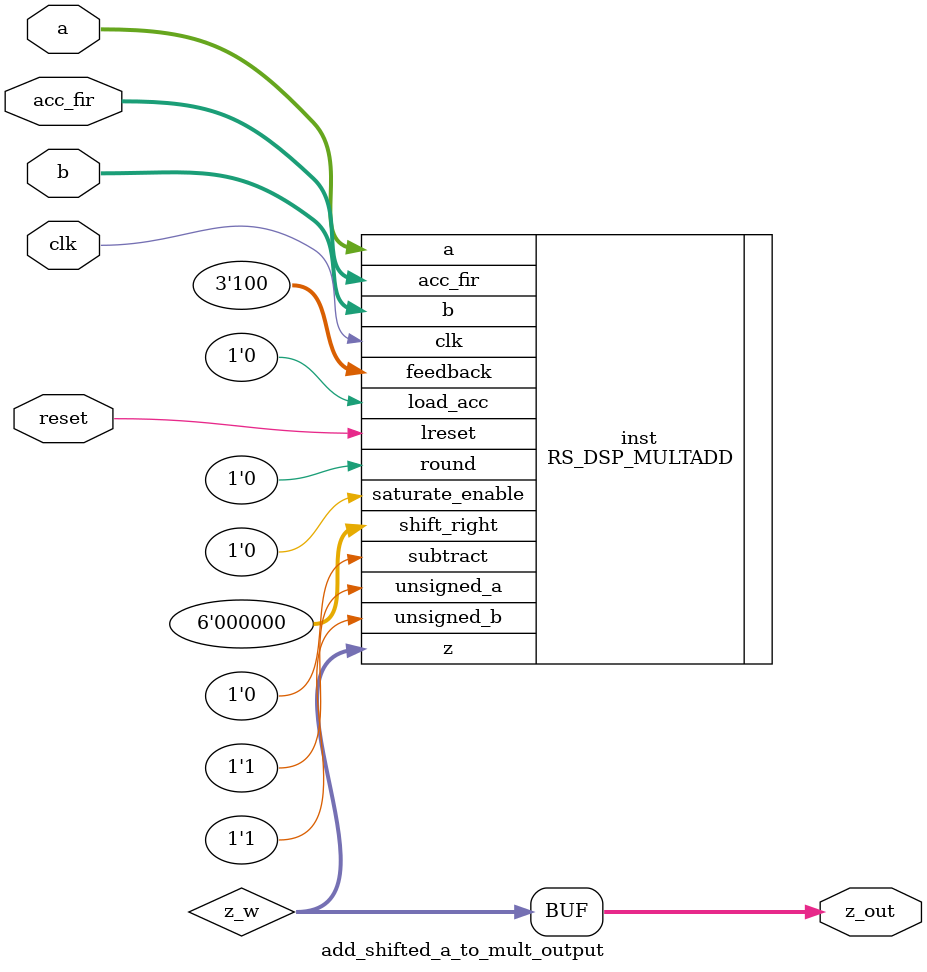
<source format=v>
module add_shifted_a_to_mult_output (
	input  wire [19:0] a,
    input  wire [17:0] b,
    input wire clk,
    input wire reset,
    input  wire [5:0] acc_fir,
    output wire [37:0] z_out
    );
    parameter [79:0]MODE_BITS = 80'h01000;
    wire [37:0] z_w;
	RS_DSP_MULTADD #(.MODE_BITS(80'h01000)) 
        inst(.a(a),.b(b),.z(z_w), .clk(clk), .lreset(reset), .load_acc(1'b0),.feedback(3'd4),.acc_fir(acc_fir),.unsigned_a(1'b1),
        .unsigned_b(1'b1), .saturate_enable(1'b0),.shift_right(6'd0),.round(1'b0),.subtract(1'b0));
	
    assign z_out = z_w;

endmodule
</source>
